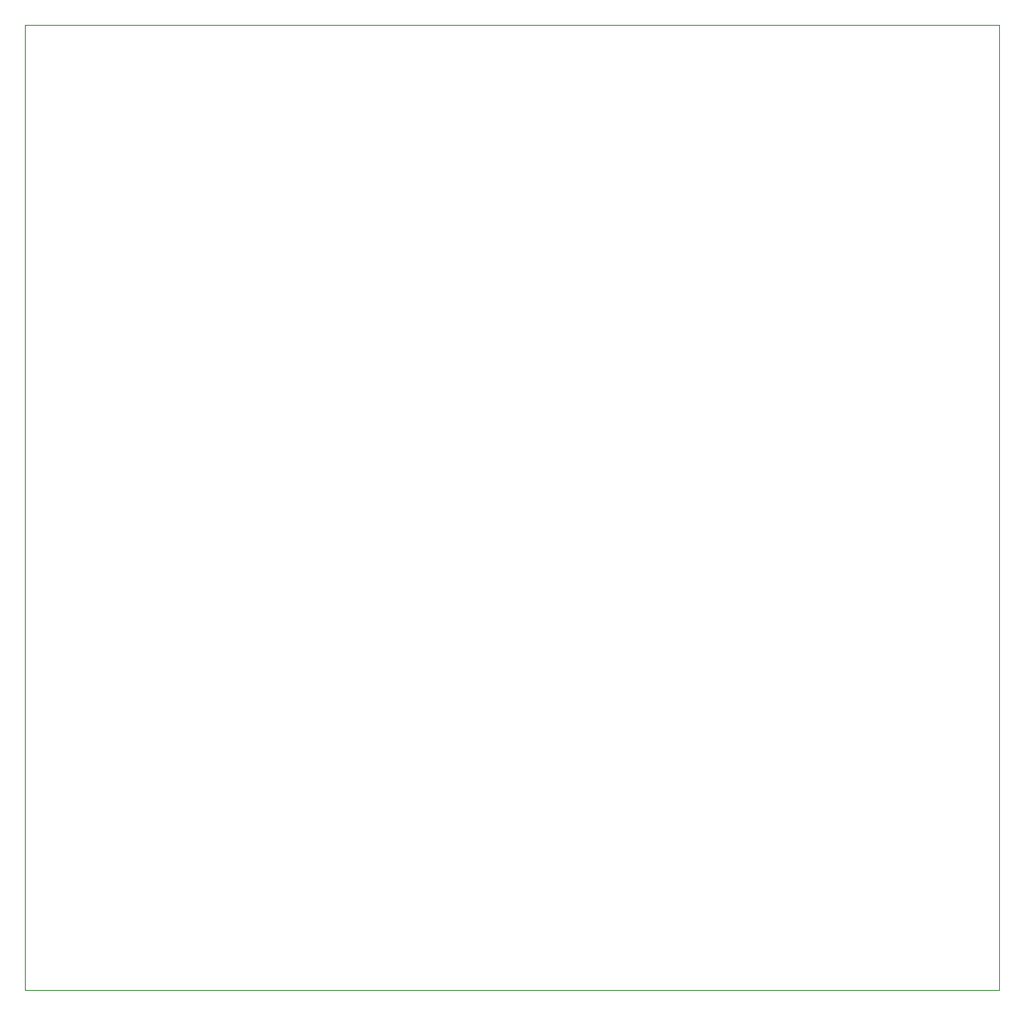
<source format=gbr>
G04 #@! TF.GenerationSoftware,KiCad,Pcbnew,8.0.4*
G04 #@! TF.CreationDate,2024-10-22T20:55:05-05:00*
G04 #@! TF.ProjectId,PCB_split,5043425f-7370-46c6-9974-2e6b69636164,rev?*
G04 #@! TF.SameCoordinates,Original*
G04 #@! TF.FileFunction,Profile,NP*
%FSLAX46Y46*%
G04 Gerber Fmt 4.6, Leading zero omitted, Abs format (unit mm)*
G04 Created by KiCad (PCBNEW 8.0.4) date 2024-10-22 20:55:05*
%MOMM*%
%LPD*%
G01*
G04 APERTURE LIST*
G04 #@! TA.AperFunction,Profile*
%ADD10C,0.050000*%
G04 #@! TD*
G04 APERTURE END LIST*
D10*
X89027000Y-34036000D02*
X185166000Y-34036000D01*
X185166000Y-129286000D01*
X89027000Y-129286000D01*
X89027000Y-34036000D01*
M02*

</source>
